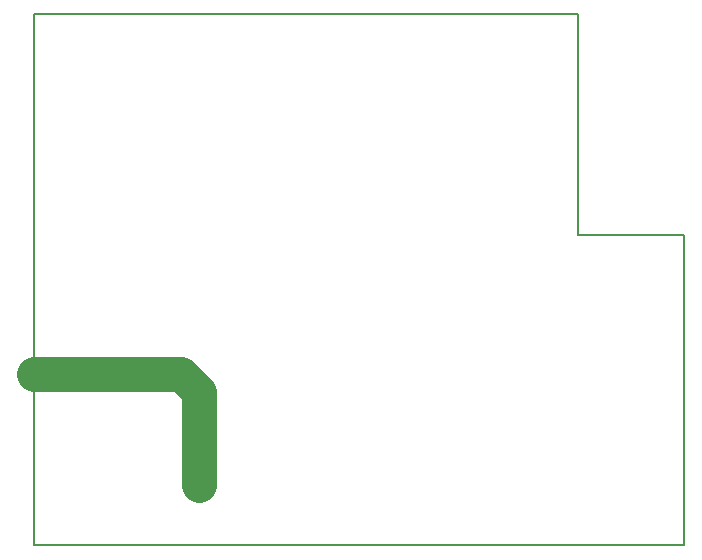
<source format=gm1>
G04*
G04 #@! TF.GenerationSoftware,Altium Limited,Altium Designer,23.5.1 (21)*
G04*
G04 Layer_Color=16711935*
%FSLAX44Y44*%
%MOMM*%
G71*
G04*
G04 #@! TF.SameCoordinates,71A959B4-4671-438E-AF3A-2BF25ADE2421*
G04*
G04*
G04 #@! TF.FilePolarity,Positive*
G04*
G01*
G75*
%ADD10C,0.2000*%
%ADD64C,3.0000*%
D10*
X460000Y262500D02*
Y450000D01*
X0Y0D02*
X550000D01*
Y262500D01*
X0Y450000D02*
X460000D01*
X460078Y262502D02*
X550078D01*
X-0Y-0D02*
X0Y450000D01*
D64*
X139700Y50800D02*
Y129540D01*
X124460Y144780D02*
X139700Y129540D01*
X0Y144780D02*
X124460D01*
M02*

</source>
